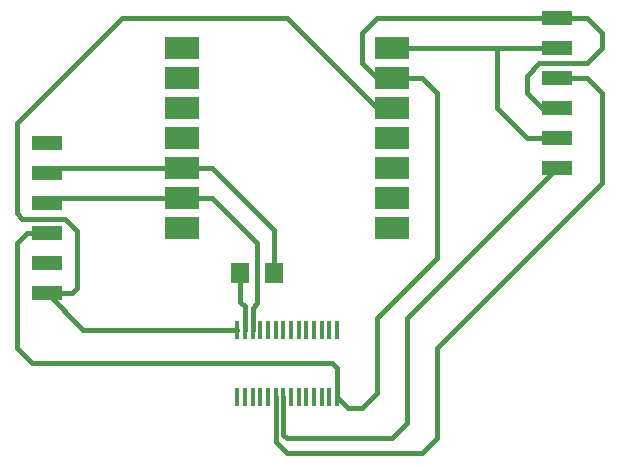
<source format=gbr>
G04 EAGLE Gerber RS-274X export*
G75*
%MOMM*%
%FSLAX34Y34*%
%LPD*%
%INTop Copper*%
%IPPOS*%
%AMOC8*
5,1,8,0,0,1.08239X$1,22.5*%
G01*
G04 Define Apertures*
%ADD10R,2.540000X1.270000*%
%ADD11R,0.406800X1.571900*%
%ADD12R,2.921000X1.905000*%
%ADD13R,1.600000X1.803000*%
%ADD14C,0.406400*%
D10*
X736600Y592711D03*
X736600Y618111D03*
X736600Y643511D03*
X736600Y668911D03*
X736600Y694311D03*
X736600Y719711D03*
X1168400Y825500D03*
X1168400Y800100D03*
X1168400Y774700D03*
X1168400Y749300D03*
X1168400Y723900D03*
X1168400Y698500D03*
D11*
X897550Y504683D03*
X904050Y504683D03*
X910550Y504683D03*
X917050Y504683D03*
X923550Y504683D03*
X930050Y504683D03*
X936550Y504683D03*
X943050Y504683D03*
X949550Y504683D03*
X956050Y504683D03*
X962550Y504683D03*
X969050Y504683D03*
X975550Y504683D03*
X982050Y504683D03*
X982050Y562117D03*
X975550Y562117D03*
X969050Y562117D03*
X962550Y562117D03*
X956050Y562117D03*
X949550Y562117D03*
X943050Y562117D03*
X936550Y562117D03*
X930050Y562117D03*
X923550Y562117D03*
X917050Y562117D03*
X910550Y562117D03*
X904050Y562117D03*
X897550Y562117D03*
D12*
X850900Y800100D03*
X850900Y774700D03*
X850900Y749300D03*
X850900Y723900D03*
X850900Y698500D03*
X850900Y673100D03*
X850900Y647700D03*
X1028700Y647700D03*
X1028700Y673100D03*
X1028700Y698500D03*
X1028700Y723900D03*
X1028700Y749300D03*
X1028700Y774700D03*
X1028700Y800100D03*
D13*
X928620Y609600D03*
X900180Y609600D03*
D14*
X897550Y562117D02*
X767194Y562117D01*
X736600Y592711D01*
X757811Y592711D01*
X762000Y596900D01*
X715643Y655957D02*
X711200Y660400D01*
X715643Y655957D02*
X751825Y655957D01*
X762000Y645782D02*
X762000Y596900D01*
X762000Y645782D02*
X751825Y655957D01*
X711200Y660400D02*
X711200Y736600D01*
X800100Y825500D01*
X939800Y825500D01*
X1016000Y749300D01*
X1028700Y749300D01*
X1155700Y749300D02*
X1168400Y749300D01*
X1155700Y749300D02*
X1143000Y762000D01*
X1143000Y776971D01*
X1153429Y787400D01*
X1193800Y787400D01*
X1206500Y800100D01*
X1206500Y812800D01*
X1193800Y825500D01*
X1168400Y825500D01*
X982050Y504683D02*
X991433Y495300D01*
X1003300Y495300D01*
X1016000Y508000D01*
X982050Y504683D02*
X982050Y529250D01*
X977900Y533400D01*
X723900Y533400D01*
X711200Y546100D01*
X711200Y635000D01*
X719711Y643511D01*
X736600Y643511D01*
X1016000Y774700D02*
X1028700Y774700D01*
X1016000Y774700D02*
X1003300Y787400D01*
X1003300Y812800D01*
X1016000Y825500D01*
X1028700Y774700D02*
X1054100Y774700D01*
X1066800Y762000D01*
X1066800Y622300D01*
X1016000Y571500D01*
X1016000Y508000D01*
X1016000Y825500D02*
X1168400Y825500D01*
X740789Y698500D02*
X736600Y694311D01*
X740789Y698500D02*
X850900Y698500D01*
X928620Y646180D02*
X928620Y609600D01*
X928620Y646180D02*
X876300Y698500D01*
X850900Y698500D01*
X740789Y673100D02*
X736600Y668911D01*
X740789Y673100D02*
X850900Y673100D01*
X876300Y673100D02*
X914400Y635000D01*
X876300Y673100D02*
X850900Y673100D01*
X914400Y635000D02*
X914400Y584200D01*
X910550Y580350D02*
X910550Y562117D01*
X910550Y580350D02*
X914400Y584200D01*
X1117600Y800100D02*
X1168400Y800100D01*
X1168400Y723900D02*
X1143000Y723900D01*
X1117600Y749300D01*
X1117600Y800100D01*
X1028700Y800100D01*
X930050Y504683D02*
X930050Y466950D01*
X939800Y457200D01*
X1054100Y457200D01*
X1206500Y685800D02*
X1206500Y762000D01*
X1193800Y774700D01*
X1168400Y774700D01*
X1206500Y685800D02*
X1066800Y546100D01*
X1066800Y469900D02*
X1054100Y457200D01*
X1066800Y469900D02*
X1066800Y546100D01*
X936550Y504683D02*
X936550Y473150D01*
X939800Y469900D01*
X1028700Y469900D01*
X1041400Y571500D02*
X1168400Y698500D01*
X1041400Y571500D02*
X1041400Y482600D01*
X1028700Y469900D01*
X904050Y562117D02*
X904050Y581850D01*
X900180Y585720D01*
X900180Y609600D01*
M02*

</source>
